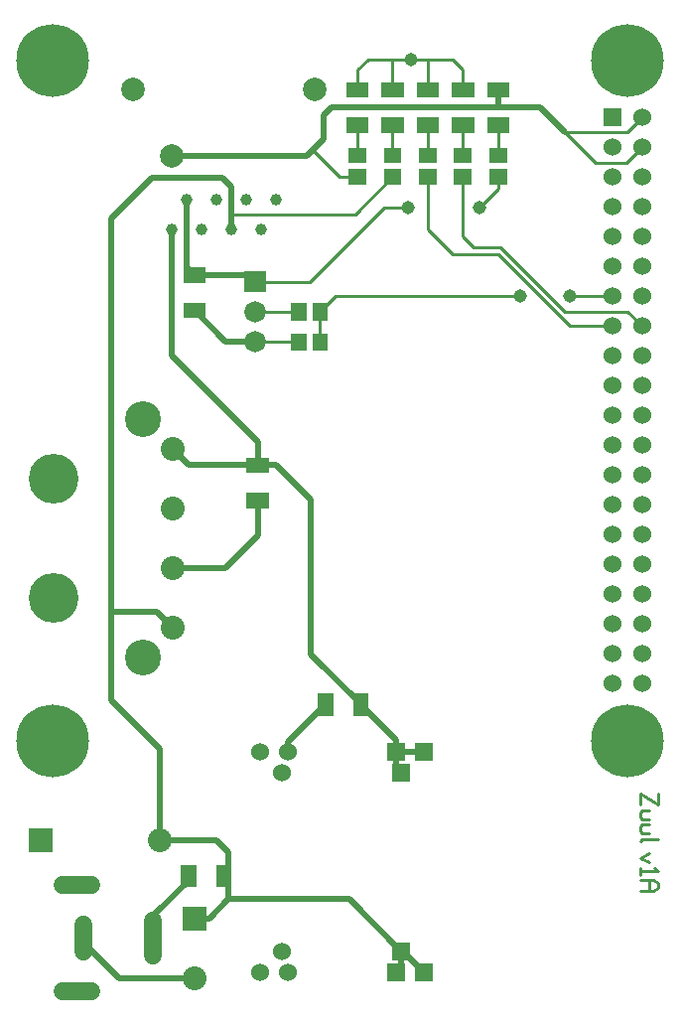
<source format=gtl>
G04 start of page 2 for group 3 layer_idx 0 *
G04 Title: Zuul, top_copper *
G04 Creator: pcb-rnd 2.1.1 *
G04 CreationDate: 2019-04-12 16:05:21 UTC *
G04 For:  *
G04 Format: Gerber/RS-274X *
G04 PCB-Dimensions: 220472 334646 *
G04 PCB-Coordinate-Origin: lower left *
%MOIN*%
%FSLAX25Y25*%
%LNTOP_COPPER*%
%ADD34C,0.0420*%
%ADD33C,0.0354*%
%ADD32C,0.1000*%
%ADD31C,0.0630*%
%ADD30C,0.1570*%
%ADD29C,0.0380*%
%ADD28C,0.0394*%
%ADD27C,0.1083*%
%ADD26C,0.0300*%
%ADD25C,0.1260*%
%ADD24C,0.0669*%
%ADD23C,0.0720*%
%ADD22C,0.0394*%
%ADD21C,0.1200*%
%ADD20C,0.0800*%
%ADD19C,0.0594*%
%ADD18C,0.1670*%
%ADD17C,0.0600*%
%ADD16C,0.2441*%
%ADD15C,0.0001*%
%ADD14C,0.0450*%
%ADD13C,0.0787*%
%ADD12C,0.0100*%
%ADD11C,0.0200*%
G54D11*X48874Y135827D02*X54112Y130589D01*
X33465Y135827D02*X48874D01*
X100394Y121654D02*Y173630D01*
X82677Y173229D02*Y161417D01*
X71849Y150589D01*
X54112D01*
X49843Y89921D02*X33465Y106299D01*
X105512Y104724D02*X92854Y92066D01*
Y88780D01*
X49843Y59055D02*X68898D01*
X72835Y55118D01*
Y39370D01*
X49843Y59055D02*Y89921D01*
X61024Y47244D02*X47244Y33464D01*
X33465Y106299D02*Y267717D01*
X47244Y281496D01*
X70866D01*
X53937Y288976D02*X99213D01*
X104724Y294488D01*
Y302362D01*
X107480Y305118D01*
G54D12*X110236Y281890D02*X101181Y290945D01*
G54D11*X70866Y281496D02*X73794Y278568D01*
Y264153D01*
X73819Y264179D01*
Y278543D01*
G54D12*X115355Y269291D02*X73794D01*
X96457Y226378D02*X82126D01*
X81890Y226614D01*
G54D11*X71811D02*X81890D01*
G54D12*X96457Y236614D02*X81890D01*
G54D11*X82836Y185198D02*Y192755D01*
X53794Y221797D02*X82836Y192755D01*
X88826Y185198D02*X59503D01*
X53794Y190907D02*X59503Y185198D01*
X100394Y173630D02*X88826Y185198D01*
G54D12*X103543Y226378D02*Y236614D01*
X108661Y241732D02*X103543Y236614D01*
X79686Y248818D02*X81890Y246614D01*
X100157D02*X81890D01*
G54D11*X79685Y248819D01*
X61415D01*
G54D12*X61416Y248818D02*X58794Y251440D01*
G54D11*X61417Y237008D02*X71811Y226614D01*
X61415Y248819D02*X58794Y251440D01*
Y274153D01*
X53794Y221797D02*Y264153D01*
X72835Y39370D02*X66457Y32992D01*
X61594D01*
X23622Y25591D02*X36220Y12992D01*
X61594D01*
X47244Y33464D02*Y25591D01*
X72835Y39370D02*X113484D01*
X130965Y21890D01*
G54D12*X116142Y288976D02*Y299214D01*
X127953Y288976D02*Y299213D01*
X110236Y281890D02*X110237Y281890D01*
X116142D01*
X127953Y281890D02*X115355Y269291D01*
X139764Y288976D02*Y299213D01*
X151575Y288976D02*Y299213D01*
X133071Y271654D02*X125197D01*
X100157Y246614D01*
X163386Y288976D02*Y299213D01*
G54D11*X107480Y305118D02*X177559D01*
X163386D02*Y311023D01*
G54D12*X211693Y301693D02*X206850Y296850D01*
X185827D01*
G54D11*X177559Y305118D02*X185827Y296850D01*
G54D12*X206614Y286614D02*X211693Y291693D01*
X206614Y286614D02*X196063D01*
X185827Y296850D01*
X116142Y311024D02*Y317717D01*
X119685Y321260D01*
X148031D01*
X151575Y311023D02*Y317717D01*
X148031Y321260D01*
X139764Y311023D02*Y321260D01*
X127953Y311023D02*Y321260D01*
X201693Y231693D02*X187598D01*
X211693D02*X206772Y236614D01*
X185827D01*
X201693Y241693D02*X187441D01*
X170866Y241732D02*X108661D01*
X187598Y231693D02*X163386Y255906D01*
X185827Y236614D02*X164173Y258268D01*
X187441Y241693D02*X187402Y241732D01*
X163386Y255906D02*X148031D01*
X164173Y258268D02*X155118D01*
X151575Y261811D01*
X148031Y255906D02*X139764Y264173D01*
Y281890D01*
X151575Y261811D02*Y281890D01*
X163386D02*Y277953D01*
X157087Y271654D01*
G54D11*X130965Y81890D02*X129075Y83780D01*
Y88780D01*
X138524D02*X138327Y88976D01*
X129075D01*
Y88917D02*Y92972D01*
X116929Y105118D01*
X130965Y21890D02*Y16890D01*
X117323Y104724D02*X100394Y121654D01*
X130965Y16890D02*X129075Y15000D01*
X130965Y21890D02*X131634D01*
X138524Y15000D01*
G54D12*X217004Y74803D02*Y71053D01*
X211004Y74803D02*X217004Y71053D01*
X211004Y74803D02*Y71053D01*
X214004Y69253D02*X211754D01*
X211004Y68503D01*
Y67003D01*
X211754Y66253D01*
X214004D02*X211754D01*
X214004Y64453D02*X211754D01*
X211004Y63703D01*
Y62203D01*
X211754Y61453D01*
X214004D02*X211754D01*
X217004Y59653D02*X211754D01*
X211004Y58903D01*
X214004Y54703D02*X211004Y53203D01*
X214004Y51703D02*X211004Y53203D01*
X215804Y49903D02*X217004Y48703D01*
X211004D01*
Y49903D02*Y47653D01*
X215504Y45853D02*X211004D01*
X215504D02*X217004Y44803D01*
Y43153D01*
X215504Y42103D01*
X211004D01*
X214004Y45853D02*Y42103D01*
G54D13*X53937Y288976D03*
X101806Y311161D03*
G54D14*X134252Y321260D03*
G54D15*G36*
X112402Y301773D02*Y296655D01*
X119882D01*
Y301773D01*
X112402D01*
G37*
G36*
Y313583D02*Y308465D01*
X119882D01*
Y313583D01*
X112402D01*
G37*
G36*
X124213Y301772D02*Y296654D01*
X131693D01*
Y301772D01*
X124213D01*
G37*
G36*
Y313582D02*Y308464D01*
X131693D01*
Y313582D01*
X124213D01*
G37*
G36*
X119094Y286417D02*Y291535D01*
X113190D01*
Y286417D01*
X119094D01*
G37*
G36*
X130905Y286417D02*Y291535D01*
X125001D01*
Y286417D01*
X130905D01*
G37*
G36*
X136024Y301772D02*Y296654D01*
X143504D01*
Y301772D01*
X136024D01*
G37*
G36*
X142716Y286417D02*Y291535D01*
X136812D01*
Y286417D01*
X142716D01*
G37*
G36*
X154527D02*Y291535D01*
X148623D01*
Y286417D01*
X154527D01*
G37*
G36*
X166338D02*Y291535D01*
X160434D01*
Y286417D01*
X166338D01*
G37*
G36*
X136024Y313582D02*Y308464D01*
X143504D01*
Y313582D01*
X136024D01*
G37*
G36*
X147835Y301772D02*Y296654D01*
X155315D01*
Y301772D01*
X147835D01*
G37*
G36*
X167126Y296654D02*Y301772D01*
X159646D01*
Y296654D01*
X167126D01*
G37*
G36*
X147835Y313582D02*Y308464D01*
X155315D01*
Y313582D01*
X147835D01*
G37*
G36*
X167126Y308464D02*Y313582D01*
X159646D01*
Y308464D01*
X167126D01*
G37*
G54D16*X206693Y320866D03*
G54D15*G36*
X198693Y304693D02*X204693D01*
Y298693D01*
X198693D01*
Y304693D01*
G37*
G54D17*X201693Y291693D03*
X211693Y301693D03*
Y291693D03*
G54D14*X157087Y271654D03*
X133071D03*
X187402Y241732D03*
X170866D03*
G54D17*X201693Y271693D03*
Y261693D03*
Y251693D03*
X211693Y271693D03*
Y261693D03*
Y251693D03*
Y241693D03*
X201693D03*
Y231693D03*
X211693D03*
X201693Y221693D03*
X211693D03*
Y211693D03*
Y201693D03*
Y191693D03*
Y181693D03*
Y171693D03*
Y161693D03*
Y151693D03*
Y141693D03*
Y131693D03*
Y121693D03*
Y111693D03*
X201693Y211693D03*
Y201693D03*
Y191693D03*
Y181693D03*
Y171693D03*
Y161693D03*
Y151693D03*
Y141693D03*
Y131693D03*
Y121693D03*
Y111693D03*
G54D16*X206693Y92520D03*
G54D15*G36*
X114763Y100984D02*X119881D01*
Y108464D01*
X114763D01*
Y100984D01*
G37*
G36*
X102953D02*X108071D01*
Y108464D01*
X102953D01*
Y100984D01*
G37*
G36*
X135524Y85780D02*Y91780D01*
X141524D01*
Y85780D01*
X135524D01*
G37*
G36*
X126075D02*Y91780D01*
X132075D01*
Y85780D01*
X126075D01*
G37*
G36*
X135524Y12000D02*Y18000D01*
X141524D01*
Y12000D01*
X135524D01*
G37*
G36*
X126075D02*Y18000D01*
X132075D01*
Y12000D01*
X126075D01*
G37*
G36*
X127965Y18890D02*Y24890D01*
X133965D01*
Y18890D01*
X127965D01*
G37*
G36*
Y78890D02*Y84890D01*
X133965D01*
Y78890D01*
X127965D01*
G37*
G54D13*X40782Y311161D03*
G54D16*X13780Y320866D03*
Y92520D03*
G54D18*X14112Y140589D03*
Y180589D03*
G54D15*G36*
X5843Y63055D02*X13843D01*
Y55055D01*
X5843D01*
Y63055D01*
G37*
G54D19*X17049Y44094D02*X26892D01*
X17049Y8661D02*X26892D01*
X24016Y30906D02*Y21850D01*
G54D20*X54112Y170589D03*
Y190589D03*
G54D21*X44112Y200589D03*
G54D15*G36*
X86417Y182480D02*Y187598D01*
X78937D01*
Y182480D01*
X86417D01*
G37*
G36*
Y170670D02*Y175788D01*
X78937D01*
Y170670D01*
X86417D01*
G37*
G54D20*X54112Y130589D03*
Y150589D03*
G54D21*X44112Y120589D03*
G54D15*G36*
X62008Y50984D02*X56890D01*
Y43504D01*
X62008D01*
Y50984D01*
G37*
G54D20*X49843Y59055D03*
G54D15*G36*
X73818Y50984D02*X68700D01*
Y43504D01*
X73818D01*
Y50984D01*
G37*
G54D17*X83406Y88780D03*
X92854D03*
X90965Y81890D03*
G54D15*G36*
X65594Y36992D02*Y28992D01*
X57594D01*
Y36992D01*
X65594D01*
G37*
G54D19*X47638Y20472D02*Y32283D01*
G54D20*X61594Y12992D03*
G54D17*X83406Y15000D03*
X92854D03*
X90965Y21890D03*
G54D22*X88794Y274153D03*
X78794D03*
X68794D03*
X58794D03*
G54D15*G36*
X119094Y279331D02*Y284449D01*
X113190D01*
Y279331D01*
X119094D01*
G37*
G36*
X130905Y279331D02*Y284449D01*
X125001D01*
Y279331D01*
X130905D01*
G37*
G36*
X142716D02*Y284449D01*
X136812D01*
Y279331D01*
X142716D01*
G37*
G36*
X154527D02*Y284449D01*
X148623D01*
Y279331D01*
X154527D01*
G37*
G36*
X166338D02*Y284449D01*
X160434D01*
Y279331D01*
X166338D01*
G37*
G54D17*X201693Y281693D03*
X211693D03*
G54D22*X83794Y264153D03*
X73794D03*
X63794D03*
X53794D03*
G54D15*G36*
X78290Y243014D02*Y250214D01*
X85490D01*
Y243014D01*
X78290D01*
G37*
G36*
X57677Y251377D02*Y246259D01*
X65157D01*
Y251377D01*
X57677D01*
G37*
G36*
X100984Y223426D02*X106102D01*
Y229330D01*
X100984D01*
Y223426D01*
G37*
G36*
X93898D02*X99016D01*
Y229330D01*
X93898D01*
Y223426D01*
G37*
G54D23*X81890Y236614D03*
G54D15*G36*
X57677Y239567D02*Y234449D01*
X65157D01*
Y239567D01*
X57677D01*
G37*
G54D23*X81890Y226614D03*
G54D15*G36*
X100984Y233662D02*X106102D01*
Y239566D01*
X100984D01*
Y233662D01*
G37*
G36*
X93898D02*X99016D01*
Y239566D01*
X93898D01*
Y233662D01*
G37*
G54D11*G54D24*G54D25*G54D26*G54D27*G54D28*G54D26*G54D28*G54D27*G54D29*G54D24*G54D27*G54D30*G54D28*G54D31*G54D25*G54D17*G54D32*G54D17*G54D32*G54D28*G54D29*G54D28*G54D29*G54D33*G54D28*G54D33*G54D34*M02*

</source>
